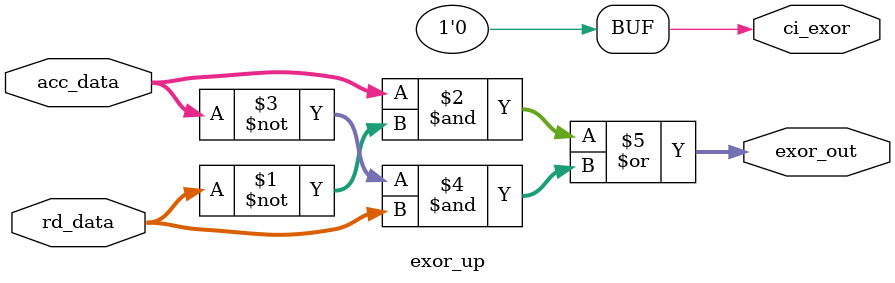
<source format=v>
module exor_up(acc_data,rd_data,
			exor_out,ci_exor);
		
	input [7:0]acc_data,rd_data; //[15:0]acc_data,rd_data;
	
	output ci_exor;
	output [7:0]exor_out; //[15:0]exor_out;
		
	assign ci_exor=1'b0;
	assign exor_out=(acc_data&~(rd_data)) | ((~acc_data)&rd_data);
	
endmodule
</source>
